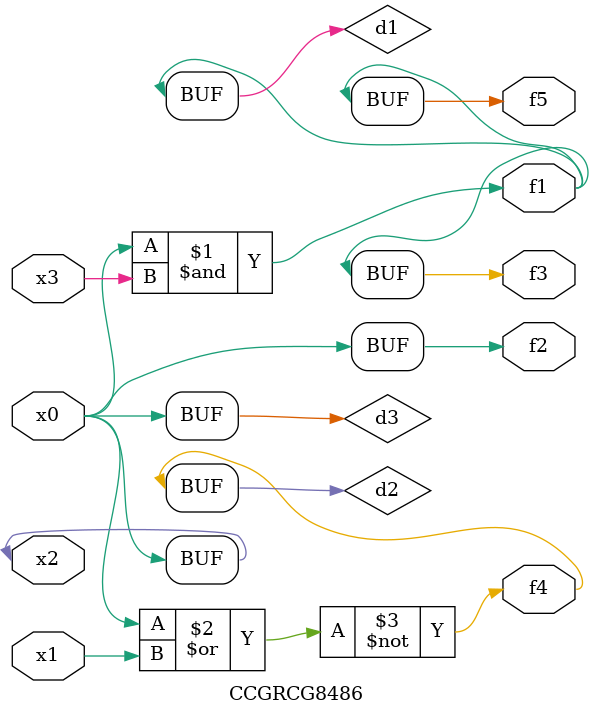
<source format=v>
module CCGRCG8486(
	input x0, x1, x2, x3,
	output f1, f2, f3, f4, f5
);

	wire d1, d2, d3;

	and (d1, x2, x3);
	nor (d2, x0, x1);
	buf (d3, x0, x2);
	assign f1 = d1;
	assign f2 = d3;
	assign f3 = d1;
	assign f4 = d2;
	assign f5 = d1;
endmodule

</source>
